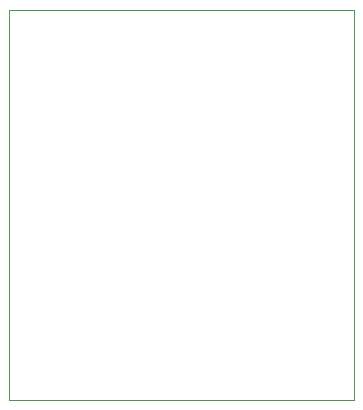
<source format=gbr>
%TF.GenerationSoftware,KiCad,Pcbnew,(5.1.7-0-10_14)*%
%TF.CreationDate,2020-11-25T20:53:36+11:00*%
%TF.ProjectId,CREMAv2,4352454d-4176-4322-9e6b-696361645f70,rev?*%
%TF.SameCoordinates,Original*%
%TF.FileFunction,Profile,NP*%
%FSLAX46Y46*%
G04 Gerber Fmt 4.6, Leading zero omitted, Abs format (unit mm)*
G04 Created by KiCad (PCBNEW (5.1.7-0-10_14)) date 2020-11-25 20:53:36*
%MOMM*%
%LPD*%
G01*
G04 APERTURE LIST*
%TA.AperFunction,Profile*%
%ADD10C,0.050000*%
%TD*%
G04 APERTURE END LIST*
D10*
X109855000Y-100965000D02*
X109855000Y-67945000D01*
X139065000Y-100965000D02*
X109855000Y-100965000D01*
X139065000Y-67945000D02*
X139065000Y-100965000D01*
X109855000Y-67945000D02*
X139065000Y-67945000D01*
M02*

</source>
